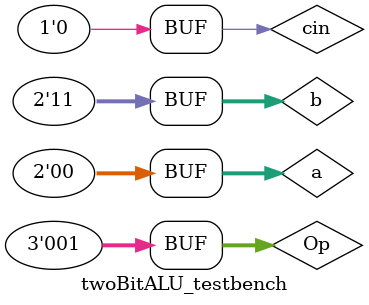
<source format=v>
`define DELAY 20
module twoBitALU_testbench();

reg [1:0] a;
reg [1:0] b;
reg cin;
reg [2:0] Op;

wire [1:0] results;
wire C, V, S;

/*
module twoBitALU(a, b, Aluop, cin, cout, R, S, V);
input [2:0] Aluop;
input [1:0] a;
input [1:0] b;
input cin;
output cout ,S, V;
output [1:0] R;
*/

twoBitALU myAlu(a, b, Op, cin, C, results, S, V);

initial begin
/*
//OR
a = 2'b01; b = 2'b10; 
cin = 1'b0;
Op[0] = 1'b1; Op[1] = 1'b1; Op[2] = 1'b1;
#`DELAY;

a = 2'b00; b = 2'b10; 
cin = 1'b0;
Op[0] = 1'b1; Op[1] = 1'b1; Op[2] = 1'b1;
#`DELAY;

a = 2'b11; b = 2'b11; 
cin = 1'b0;
Op[0] = 1'b1; Op[1] = 1'b1; Op[2] = 1'b1;
#`DELAY;
*/

/*
//AND
a = 2'b10; b = 2'b01; 
cin = 1'b0;
Op[0] = 1'b1; Op[1] = 1'b1; Op[2] = 1'b0;
#`DELAY;

a = 2'b11; b = 2'b11; 
cin = 1'b0;
Op[0] = 1'b1; Op[1] = 1'b1; Op[2] = 1'b0;
#`DELAY;


a = 2'b00; b = 2'b01; 
cin = 1'b0;
Op[0] = 1'b1; Op[1] = 1'b1; Op[2] = 1'b0;
#`DELAY;
*/

/*
//ADD
a = 2'b11; b = 2'b11; 
cin = 1'b0;
Op[0] = 1'b0; Op[1] = 1'b0; Op[2] = 1'b0;
#`DELAY;

a = 2'b10; b = 2'b11; 
cin = 1'b0;
Op[0] = 1'b0; Op[1] = 1'b0; Op[2] = 1'b0;
#`DELAY;

a = 2'b00; b = 2'b11; 
cin = 1'b0;
Op[0] = 1'b0; Op[1] = 1'b0; Op[2] = 1'b0;
#`DELAY;

a = 2'b01; b = 2'b10; 
cin = 1'b0;
Op[0] = 1'b0; Op[1] = 1'b0; Op[2] = 1'b0;
#`DELAY;
*/

//SLT
a = 2'b00; b = 2'b11; 
cin = 1'b0;
Op[0] = 1'b1; Op[1] = 1'b0; Op[2] = 1'b0;


end


initial begin
$monitor("time = %2d, a =%2b, b=%2b, cin =%1b, Op0=%1b,, Op1=%1b, Op2=%1b cout=%1b,  R=%2b V=%1b S=%1b", $time, a, b, cin, Op[0], Op[1], Op[2], C, results, V, S);
end


endmodule

</source>
